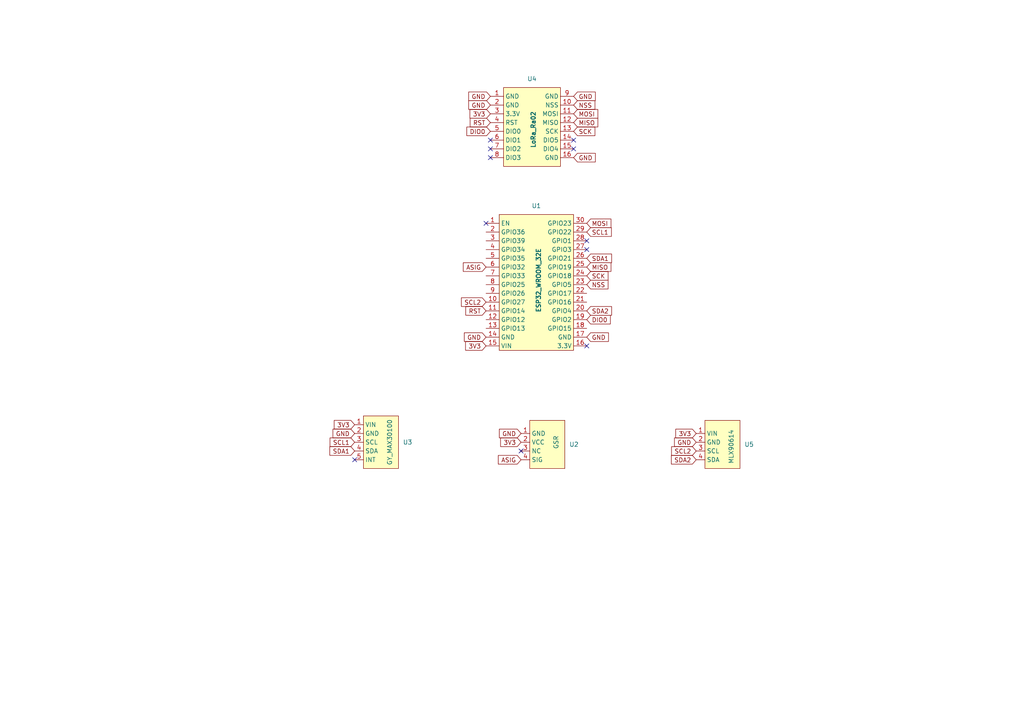
<source format=kicad_sch>
(kicad_sch (version 20231120) (generator "eeschema") (generator_version "8.0")
  (paper "A4")
  (lib_symbols
    (symbol "drdo:ESP32_WROOM_32E"
      (property "Reference" "U" (at 2.54 21.59 0))
      (property "Value" "ESP32_WROOM_32E" (at 3.81 0 90))
      (symbol "ESP32_WROOM_32E_1_1"
        (rectangle (start -7.62 19.05) (end 13.97 -20.32) (fill (type background)))
        (pin input line (at -11.43 16.51 0) (length 3.81) (name "EN") (number "1"))
        (pin bidirectional line (at -11.43 -6.35 0) (length 3.81) (name "GPIO27") (number "10"))
        (pin bidirectional line (at -11.43 -8.89 0) (length 3.81) (name "GPIO14") (number "11"))
        (pin bidirectional line (at -11.43 -11.43 0) (length 3.81) (name "GPIO12") (number "12"))
        (pin bidirectional line (at -11.43 -13.97 0) (length 3.81) (name "GPIO13") (number "13"))
        (pin power_in line (at -11.43 -16.51 0) (length 3.81) (name "GND") (number "14"))
        (pin power_in line (at -11.43 -19.05 0) (length 3.81) (name "VIN") (number "15"))
        (pin power_out line (at 17.78 -19.05 180) (length 3.81) (name "3.3V") (number "16"))
        (pin power_in line (at 17.78 -16.51 180) (length 3.81) (name "GND") (number "17"))
        (pin bidirectional line (at 17.78 -13.97 180) (length 3.81) (name "GPIO15") (number "18"))
        (pin bidirectional line (at 17.78 -11.43 180) (length 3.81) (name "GPIO2") (number "19"))
        (pin input line (at -11.43 13.97 0) (length 3.81) (name "GPIO36") (number "2"))
        (pin bidirectional line (at 17.78 -8.89 180) (length 3.81) (name "GPIO4") (number "20"))
        (pin input line (at 17.78 -6.35 180) (length 3.81) (name "GPIO16") (number "21"))
        (pin output line (at 17.78 -3.81 180) (length 3.81) (name "GPIO17") (number "22"))
        (pin bidirectional line (at 17.78 -1.27 180) (length 3.81) (name "GPIO5") (number "23"))
        (pin bidirectional line (at 17.78 1.27 180) (length 3.81) (name "GPIO18") (number "24"))
        (pin bidirectional line (at 17.78 3.81 180) (length 3.81) (name "GPIO19") (number "25"))
        (pin bidirectional line (at 17.78 6.35 180) (length 3.81) (name "GPIO21") (number "26"))
        (pin input line (at 17.78 8.89 180) (length 3.81) (name "GPIO3") (number "27"))
        (pin output line (at 17.78 11.43 180) (length 3.81) (name "GPIO1") (number "28"))
        (pin bidirectional line (at 17.78 13.97 180) (length 3.81) (name "GPIO22") (number "29"))
        (pin input line (at -11.43 11.43 0) (length 3.81) (name "GPIO39") (number "3"))
        (pin bidirectional line (at 17.78 16.51 180) (length 3.81) (name "GPIO23") (number "30"))
        (pin input line (at -11.43 8.89 0) (length 3.81) (name "GPIO34") (number "4"))
        (pin input line (at -11.43 6.35 0) (length 3.81) (name "GPIO35") (number "5"))
        (pin bidirectional line (at -11.43 3.81 0) (length 3.81) (name "GPIO32") (number "6"))
        (pin bidirectional line (at -11.43 1.27 0) (length 3.81) (name "GPIO33") (number "7"))
        (pin bidirectional line (at -11.43 -1.27 0) (length 3.81) (name "GPIO25") (number "8"))
        (pin bidirectional line (at -11.43 -3.81 0) (length 3.81) (name "GPIO26") (number "9"))
      )
    )
    (symbol "drdo:GSR"
      (property "Reference" "U" (at 6.35 6.35 0))
      (property "Value" "GSR" (at 8.89 -1.27 90))
      (symbol "GSR_0_0"
        (pin power_in line (at -1.27 1.27 0) (length 2.54) (name "GND") (number "1"))
        (pin power_in line (at -1.27 -1.27 0) (length 2.54) (name "VCC") (number "2"))
        (pin no_connect line (at -1.27 -3.81 0) (length 2.54) (name "NC") (number "3"))
        (pin output line (at -1.27 -6.35 0) (length 2.54) (name "SIG") (number "4"))
      )
      (symbol "GSR_1_1"
        (rectangle (start 1.27 5.08) (end 11.43 -8.89) (fill (type background)))
      )
    )
    (symbol "drdo:GY_MAX30100_PULOXI"
      (property "Reference" "U" (at 6.35 7.62 0))
      (property "Value" "GY_MAX30100" (at 8.89 -2.54 90))
      (symbol "GY_MAX30100_PULOXI_0_0"
        (pin power_in line (at -1.27 2.54 0) (length 2.54) (name "VIN") (number "1"))
        (pin power_in line (at -1.27 0 0) (length 2.54) (name "GND") (number "2"))
        (pin bidirectional line (at -1.27 -2.54 0) (length 2.54) (name "SCL") (number "3"))
        (pin bidirectional line (at -1.27 -5.08 0) (length 2.54) (name "SDA") (number "4"))
        (pin input line (at -1.27 -7.62 0) (length 2.54) (name "INT") (number "5"))
      )
      (symbol "GY_MAX30100_PULOXI_1_1"
        (rectangle (start 1.27 5.08) (end 11.43 -10.16) (fill (type background)))
      )
    )
    (symbol "drdo:LoRa_Ra02"
      (property "Reference" "U" (at 7.62 5.08 0))
      (property "Value" "LoRa_Ra02" (at 7.366 -9.652 90))
      (symbol "LoRa_Ra02_1_1"
        (rectangle (start -1.27 2.54) (end 15.24 -20.32) (fill (type background)))
        (pin power_in line (at -5.08 0 0) (length 3.81) (name "GND") (number "1"))
        (pin input line (at 19.05 -2.54 180) (length 3.81) (name "NSS") (number "10"))
        (pin input line (at 19.05 -5.08 180) (length 3.81) (name "MOSI") (number "11"))
        (pin output line (at 19.05 -7.62 180) (length 3.81) (name "MISO") (number "12"))
        (pin input line (at 19.05 -10.16 180) (length 3.81) (name "SCK") (number "13"))
        (pin bidirectional line (at 19.05 -12.7 180) (length 3.81) (name "DIO5") (number "14"))
        (pin bidirectional line (at 19.05 -15.24 180) (length 3.81) (name "DIO4") (number "15"))
        (pin power_in line (at 19.05 -17.78 180) (length 3.81) (name "GND") (number "16"))
        (pin power_in line (at -5.08 -2.54 0) (length 3.81) (name "GND") (number "2"))
        (pin power_in line (at -5.08 -5.08 0) (length 3.81) (name "3.3V") (number "3"))
        (pin input line (at -5.08 -7.62 0) (length 3.81) (name "RST") (number "4"))
        (pin bidirectional line (at -5.08 -10.16 0) (length 3.81) (name "DIO0") (number "5"))
        (pin bidirectional line (at -5.08 -12.7 0) (length 3.81) (name "DIO1") (number "6"))
        (pin bidirectional line (at -5.08 -15.24 0) (length 3.81) (name "DIO2") (number "7"))
        (pin bidirectional line (at -5.08 -17.78 0) (length 3.81) (name "DIO3") (number "8"))
        (pin power_in line (at 19.05 0 180) (length 3.81) (name "GND") (number "9"))
      )
    )
    (symbol "drdo:MLX90614_TEMP"
      (property "Reference" "U" (at 6.35 5.08 0))
      (property "Value" "MLX90614" (at 8.89 -5.08 90))
      (symbol "MLX90614_TEMP_0_0"
        (pin power_in line (at -1.27 -1.27 0) (length 2.54) (name "VIN") (number "1"))
        (pin power_in line (at -1.27 -3.81 0) (length 2.54) (name "GND") (number "2"))
        (pin bidirectional line (at -1.27 -6.35 0) (length 2.54) (name "SCL") (number "3"))
        (pin bidirectional line (at -1.27 -8.89 0) (length 2.54) (name "SDA") (number "4"))
      )
      (symbol "MLX90614_TEMP_1_1"
        (rectangle (start 1.27 2.54) (end 11.43 -11.43) (fill (type background)))
      )
    )
  )
  (no_connect (at 166.37 43.18))
  (no_connect (at 102.87 133.35))
  (no_connect (at 151.13 130.81))
  (no_connect (at 140.97 64.77))
  (no_connect (at 170.18 100.33))
  (no_connect (at 170.18 72.39))
  (no_connect (at 142.24 40.64))
  (no_connect (at 142.24 45.72))
  (no_connect (at 142.24 43.18))
  (no_connect (at 170.18 69.85))
  (no_connect (at 166.37 40.64))
  (global_label "SCL1" (shape input) (at 102.87 128.27 180) (property "Intersheetrefs" "${INTERSHEET_REFS}" (effects (hide yes))))
  (global_label "ASIG" (shape input) (at 151.13 133.35 180) (property "Intersheetrefs" "${INTERSHEET_REFS}" (effects (hide yes))))
  (global_label "GND" (shape input) (at 166.37 27.94 0) (property "Intersheetrefs" "${INTERSHEET_REFS}" (effects (hide yes))))
  (global_label "MOSI" (shape input) (at 170.18 64.77 0) (property "Intersheetrefs" "${INTERSHEET_REFS}" (effects (hide yes))))
  (global_label "SDA1" (shape input) (at 102.87 130.81 180) (property "Intersheetrefs" "${INTERSHEET_REFS}" (effects (hide yes))))
  (global_label "SCL2" (shape input) (at 201.93 130.81 180) (property "Intersheetrefs" "${INTERSHEET_REFS}" (effects (hide yes))))
  (global_label "SDA2" (shape input) (at 170.18 90.17 0) (property "Intersheetrefs" "${INTERSHEET_REFS}" (effects (hide yes))))
  (global_label "SCL1" (shape input) (at 170.18 67.31 0) (property "Intersheetrefs" "${INTERSHEET_REFS}" (effects (hide yes))))
  (global_label "GND" (shape input) (at 102.87 125.73 180) (property "Intersheetrefs" "${INTERSHEET_REFS}" (effects (hide yes))))
  (global_label "SDA1" (shape input) (at 170.18 74.93 0) (property "Intersheetrefs" "${INTERSHEET_REFS}" (effects (hide yes))))
  (global_label "GND" (shape input) (at 166.37 45.72 0) (property "Intersheetrefs" "${INTERSHEET_REFS}" (effects (hide yes))))
  (global_label "GND" (shape input) (at 142.24 27.94 180) (property "Intersheetrefs" "${INTERSHEET_REFS}" (effects (hide yes))))
  (global_label "GND" (shape input) (at 170.18 97.79 0) (property "Intersheetrefs" "${INTERSHEET_REFS}" (effects (hide yes))))
  (global_label "MOSI" (shape input) (at 166.37 33.02 0) (property "Intersheetrefs" "${INTERSHEET_REFS}" (effects (hide yes))))
  (global_label "RST" (shape input) (at 140.97 90.17 180) (property "Intersheetrefs" "${INTERSHEET_REFS}" (effects (hide yes))))
  (global_label "3V3" (shape input) (at 140.97 100.33 180) (property "Intersheetrefs" "${INTERSHEET_REFS}" (effects (hide yes))))
  (global_label "GND" (shape input) (at 142.24 30.48 180) (property "Intersheetrefs" "${INTERSHEET_REFS}" (effects (hide yes))))
  (global_label "GND" (shape input) (at 151.13 125.73 180) (property "Intersheetrefs" "${INTERSHEET_REFS}" (effects (hide yes))))
  (global_label "GND" (shape input) (at 140.97 97.79 180) (property "Intersheetrefs" "${INTERSHEET_REFS}" (effects (hide yes))))
  (global_label "3V3" (shape input) (at 142.24 33.02 180) (property "Intersheetrefs" "${INTERSHEET_REFS}" (effects (hide yes))))
  (global_label "RST" (shape input) (at 142.24 35.56 180) (property "Intersheetrefs" "${INTERSHEET_REFS}" (effects (hide yes))))
  (global_label "SCK" (shape input) (at 170.18 80.01 0) (property "Intersheetrefs" "${INTERSHEET_REFS}" (effects (hide yes))))
  (global_label "DIO0" (shape input) (at 142.24 38.1 180) (property "Intersheetrefs" "${INTERSHEET_REFS}" (effects (hide yes))))
  (global_label "MISO" (shape input) (at 166.37 35.56 0) (property "Intersheetrefs" "${INTERSHEET_REFS}" (effects (hide yes))))
  (global_label "NSS" (shape input) (at 170.18 82.55 0) (property "Intersheetrefs" "${INTERSHEET_REFS}" (effects (hide yes))))
  (global_label "3V3" (shape input) (at 201.93 125.73 180) (property "Intersheetrefs" "${INTERSHEET_REFS}" (effects (hide yes))))
  (global_label "3V3" (shape input) (at 102.87 123.19 180) (property "Intersheetrefs" "${INTERSHEET_REFS}" (effects (hide yes))))
  (global_label "SCK" (shape input) (at 166.37 38.1 0) (property "Intersheetrefs" "${INTERSHEET_REFS}" (effects (hide yes))))
  (global_label "3V3" (shape input) (at 151.13 128.27 180) (property "Intersheetrefs" "${INTERSHEET_REFS}" (effects (hide yes))))
  (global_label "SDA2" (shape input) (at 201.93 133.35 180) (property "Intersheetrefs" "${INTERSHEET_REFS}" (effects (hide yes))))
  (global_label "SCL2" (shape input) (at 140.97 87.63 180) (property "Intersheetrefs" "${INTERSHEET_REFS}" (effects (hide yes))))
  (global_label "NSS" (shape input) (at 166.37 30.48 0) (property "Intersheetrefs" "${INTERSHEET_REFS}" (effects (hide yes))))
  (global_label "GND" (shape input) (at 201.93 128.27 180) (property "Intersheetrefs" "${INTERSHEET_REFS}" (effects (hide yes))))
  (global_label "MISO" (shape input) (at 170.18 77.47 0) (property "Intersheetrefs" "${INTERSHEET_REFS}" (effects (hide yes))))
  (global_label "DIO0" (shape input) (at 170.18 92.71 0) (property "Intersheetrefs" "${INTERSHEET_REFS}" (effects (hide yes))))
  (global_label "ASIG" (shape input) (at 140.97 77.47 180) (property "Intersheetrefs" "${INTERSHEET_REFS}" (effects (hide yes))))
  (symbol (lib_id "drdo:GSR") (at 152.4 127 0) (unit 1)
    (property "Reference" "U2" (at 165.1 128.9049 0) (effects (justify left)))
    (property "Value" "GSR" (at 161.29 128.27 90))
  )
  (symbol (lib_id "drdo:GY_MAX30100_PULOXI") (at 104.14 125.73 0) (unit 1)
    (property "Reference" "U3" (at 116.84 128.2699 0) (effects (justify left)))
    (property "Value" "GY_MAX30100" (at 113.03 128.27 90))
  )
  (symbol (lib_id "drdo:MLX90614_TEMP") (at 203.2 124.46 0) (unit 1)
    (property "Reference" "U5" (at 215.9 128.9049 0) (effects (justify left)))
    (property "Value" "MLX90614" (at 212.09 129.54 90))
  )
  (symbol (lib_id "drdo:ESP32_WROOM_32E") (at 152.4 81.28 0) (unit 1)
    (property "Reference" "U1" (at 155.575 59.69 0))
    (property "Value" "ESP32_WROOM_32E" (at 156.21 81.28 90) (effects (font (bold yes))))
  )
  (symbol (lib_id "drdo:LoRa_Ra02") (at 147.32 27.94 0) (unit 1)
    (property "Reference" "U4" (at 154.305 22.86 0))
    (property "Value" "LoRa_Ra02" (at 154.686 37.592 90) (effects (font (bold yes))))
  )
)
</source>
